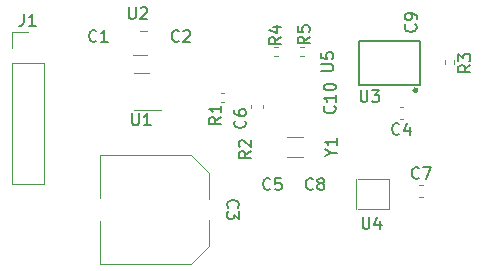
<source format=gbr>
%TF.GenerationSoftware,KiCad,Pcbnew,(6.0.7)*%
%TF.CreationDate,2022-12-27T11:46:59-06:00*%
%TF.ProjectId,UKDAQ,554b4441-512e-46b6-9963-61645f706362,rev?*%
%TF.SameCoordinates,Original*%
%TF.FileFunction,Legend,Top*%
%TF.FilePolarity,Positive*%
%FSLAX46Y46*%
G04 Gerber Fmt 4.6, Leading zero omitted, Abs format (unit mm)*
G04 Created by KiCad (PCBNEW (6.0.7)) date 2022-12-27 11:46:59*
%MOMM*%
%LPD*%
G01*
G04 APERTURE LIST*
%ADD10C,0.150000*%
%ADD11C,0.120000*%
%ADD12C,0.127000*%
%ADD13C,0.304800*%
%ADD14C,0.020000*%
G04 APERTURE END LIST*
D10*
%TO.C,R1*%
X139952380Y-104886666D02*
X139476190Y-105220000D01*
X139952380Y-105458095D02*
X138952380Y-105458095D01*
X138952380Y-105077142D01*
X139000000Y-104981904D01*
X139047619Y-104934285D01*
X139142857Y-104886666D01*
X139285714Y-104886666D01*
X139380952Y-104934285D01*
X139428571Y-104981904D01*
X139476190Y-105077142D01*
X139476190Y-105458095D01*
X139952380Y-103934285D02*
X139952380Y-104505714D01*
X139952380Y-104220000D02*
X138952380Y-104220000D01*
X139095238Y-104315238D01*
X139190476Y-104410476D01*
X139238095Y-104505714D01*
%TO.C,U2*%
X132138095Y-95572380D02*
X132138095Y-96381904D01*
X132185714Y-96477142D01*
X132233333Y-96524761D01*
X132328571Y-96572380D01*
X132519047Y-96572380D01*
X132614285Y-96524761D01*
X132661904Y-96477142D01*
X132709523Y-96381904D01*
X132709523Y-95572380D01*
X133138095Y-95667619D02*
X133185714Y-95620000D01*
X133280952Y-95572380D01*
X133519047Y-95572380D01*
X133614285Y-95620000D01*
X133661904Y-95667619D01*
X133709523Y-95762857D01*
X133709523Y-95858095D01*
X133661904Y-96000952D01*
X133090476Y-96572380D01*
X133709523Y-96572380D01*
%TO.C,C2*%
X136378333Y-98427142D02*
X136330714Y-98474761D01*
X136187857Y-98522380D01*
X136092619Y-98522380D01*
X135949761Y-98474761D01*
X135854523Y-98379523D01*
X135806904Y-98284285D01*
X135759285Y-98093809D01*
X135759285Y-97950952D01*
X135806904Y-97760476D01*
X135854523Y-97665238D01*
X135949761Y-97570000D01*
X136092619Y-97522380D01*
X136187857Y-97522380D01*
X136330714Y-97570000D01*
X136378333Y-97617619D01*
X136759285Y-97617619D02*
X136806904Y-97570000D01*
X136902142Y-97522380D01*
X137140238Y-97522380D01*
X137235476Y-97570000D01*
X137283095Y-97617619D01*
X137330714Y-97712857D01*
X137330714Y-97808095D01*
X137283095Y-97950952D01*
X136711666Y-98522380D01*
X137330714Y-98522380D01*
%TO.C,U3*%
X151760637Y-102609678D02*
X151760637Y-103420018D01*
X151808304Y-103515352D01*
X151855971Y-103563019D01*
X151951305Y-103610686D01*
X152141973Y-103610686D01*
X152237307Y-103563019D01*
X152284974Y-103515352D01*
X152332641Y-103420018D01*
X152332641Y-102609678D01*
X152713978Y-102609678D02*
X153333649Y-102609678D01*
X152999980Y-102991015D01*
X153142981Y-102991015D01*
X153238315Y-103038682D01*
X153285982Y-103086349D01*
X153333649Y-103181683D01*
X153333649Y-103420018D01*
X153285982Y-103515352D01*
X153238315Y-103563019D01*
X153142981Y-103610686D01*
X152856979Y-103610686D01*
X152761645Y-103563019D01*
X152713978Y-103515352D01*
%TO.C,J1*%
X123266666Y-96162380D02*
X123266666Y-96876666D01*
X123219047Y-97019523D01*
X123123809Y-97114761D01*
X122980952Y-97162380D01*
X122885714Y-97162380D01*
X124266666Y-97162380D02*
X123695238Y-97162380D01*
X123980952Y-97162380D02*
X123980952Y-96162380D01*
X123885714Y-96305238D01*
X123790476Y-96400476D01*
X123695238Y-96448095D01*
%TO.C,C7*%
X156708333Y-110047142D02*
X156660714Y-110094761D01*
X156517857Y-110142380D01*
X156422619Y-110142380D01*
X156279761Y-110094761D01*
X156184523Y-109999523D01*
X156136904Y-109904285D01*
X156089285Y-109713809D01*
X156089285Y-109570952D01*
X156136904Y-109380476D01*
X156184523Y-109285238D01*
X156279761Y-109190000D01*
X156422619Y-109142380D01*
X156517857Y-109142380D01*
X156660714Y-109190000D01*
X156708333Y-109237619D01*
X157041666Y-109142380D02*
X157708333Y-109142380D01*
X157279761Y-110142380D01*
%TO.C,C5*%
X144133333Y-110977142D02*
X144085714Y-111024761D01*
X143942857Y-111072380D01*
X143847619Y-111072380D01*
X143704761Y-111024761D01*
X143609523Y-110929523D01*
X143561904Y-110834285D01*
X143514285Y-110643809D01*
X143514285Y-110500952D01*
X143561904Y-110310476D01*
X143609523Y-110215238D01*
X143704761Y-110120000D01*
X143847619Y-110072380D01*
X143942857Y-110072380D01*
X144085714Y-110120000D01*
X144133333Y-110167619D01*
X145038095Y-110072380D02*
X144561904Y-110072380D01*
X144514285Y-110548571D01*
X144561904Y-110500952D01*
X144657142Y-110453333D01*
X144895238Y-110453333D01*
X144990476Y-110500952D01*
X145038095Y-110548571D01*
X145085714Y-110643809D01*
X145085714Y-110881904D01*
X145038095Y-110977142D01*
X144990476Y-111024761D01*
X144895238Y-111072380D01*
X144657142Y-111072380D01*
X144561904Y-111024761D01*
X144514285Y-110977142D01*
%TO.C,C3*%
X140546857Y-112553333D02*
X140499238Y-112505714D01*
X140451619Y-112362857D01*
X140451619Y-112267619D01*
X140499238Y-112124761D01*
X140594476Y-112029523D01*
X140689714Y-111981904D01*
X140880190Y-111934285D01*
X141023047Y-111934285D01*
X141213523Y-111981904D01*
X141308761Y-112029523D01*
X141404000Y-112124761D01*
X141451619Y-112267619D01*
X141451619Y-112362857D01*
X141404000Y-112505714D01*
X141356380Y-112553333D01*
X141451619Y-112886666D02*
X141451619Y-113505714D01*
X141070666Y-113172380D01*
X141070666Y-113315238D01*
X141023047Y-113410476D01*
X140975428Y-113458095D01*
X140880190Y-113505714D01*
X140642095Y-113505714D01*
X140546857Y-113458095D01*
X140499238Y-113410476D01*
X140451619Y-113315238D01*
X140451619Y-113029523D01*
X140499238Y-112934285D01*
X140546857Y-112886666D01*
%TO.C,R4*%
X145030880Y-98134066D02*
X144554690Y-98467400D01*
X145030880Y-98705495D02*
X144030880Y-98705495D01*
X144030880Y-98324542D01*
X144078500Y-98229304D01*
X144126119Y-98181685D01*
X144221357Y-98134066D01*
X144364214Y-98134066D01*
X144459452Y-98181685D01*
X144507071Y-98229304D01*
X144554690Y-98324542D01*
X144554690Y-98705495D01*
X144364214Y-97276923D02*
X145030880Y-97276923D01*
X143983261Y-97515019D02*
X144697547Y-97753114D01*
X144697547Y-97134066D01*
%TO.C,C9*%
X156407142Y-97041666D02*
X156454761Y-97089285D01*
X156502380Y-97232142D01*
X156502380Y-97327380D01*
X156454761Y-97470238D01*
X156359523Y-97565476D01*
X156264285Y-97613095D01*
X156073809Y-97660714D01*
X155930952Y-97660714D01*
X155740476Y-97613095D01*
X155645238Y-97565476D01*
X155550000Y-97470238D01*
X155502380Y-97327380D01*
X155502380Y-97232142D01*
X155550000Y-97089285D01*
X155597619Y-97041666D01*
X156502380Y-96565476D02*
X156502380Y-96375000D01*
X156454761Y-96279761D01*
X156407142Y-96232142D01*
X156264285Y-96136904D01*
X156073809Y-96089285D01*
X155692857Y-96089285D01*
X155597619Y-96136904D01*
X155550000Y-96184523D01*
X155502380Y-96279761D01*
X155502380Y-96470238D01*
X155550000Y-96565476D01*
X155597619Y-96613095D01*
X155692857Y-96660714D01*
X155930952Y-96660714D01*
X156026190Y-96613095D01*
X156073809Y-96565476D01*
X156121428Y-96470238D01*
X156121428Y-96279761D01*
X156073809Y-96184523D01*
X156026190Y-96136904D01*
X155930952Y-96089285D01*
%TO.C,U4*%
X151938095Y-113372380D02*
X151938095Y-114181904D01*
X151985714Y-114277142D01*
X152033333Y-114324761D01*
X152128571Y-114372380D01*
X152319047Y-114372380D01*
X152414285Y-114324761D01*
X152461904Y-114277142D01*
X152509523Y-114181904D01*
X152509523Y-113372380D01*
X153414285Y-113705714D02*
X153414285Y-114372380D01*
X153176190Y-113324761D02*
X152938095Y-114039047D01*
X153557142Y-114039047D01*
%TO.C,C1*%
X129388333Y-98427142D02*
X129340714Y-98474761D01*
X129197857Y-98522380D01*
X129102619Y-98522380D01*
X128959761Y-98474761D01*
X128864523Y-98379523D01*
X128816904Y-98284285D01*
X128769285Y-98093809D01*
X128769285Y-97950952D01*
X128816904Y-97760476D01*
X128864523Y-97665238D01*
X128959761Y-97570000D01*
X129102619Y-97522380D01*
X129197857Y-97522380D01*
X129340714Y-97570000D01*
X129388333Y-97617619D01*
X130340714Y-98522380D02*
X129769285Y-98522380D01*
X130055000Y-98522380D02*
X130055000Y-97522380D01*
X129959761Y-97665238D01*
X129864523Y-97760476D01*
X129769285Y-97808095D01*
%TO.C,R3*%
X161052380Y-100486666D02*
X160576190Y-100820000D01*
X161052380Y-101058095D02*
X160052380Y-101058095D01*
X160052380Y-100677142D01*
X160100000Y-100581904D01*
X160147619Y-100534285D01*
X160242857Y-100486666D01*
X160385714Y-100486666D01*
X160480952Y-100534285D01*
X160528571Y-100581904D01*
X160576190Y-100677142D01*
X160576190Y-101058095D01*
X160052380Y-100153333D02*
X160052380Y-99534285D01*
X160433333Y-99867619D01*
X160433333Y-99724761D01*
X160480952Y-99629523D01*
X160528571Y-99581904D01*
X160623809Y-99534285D01*
X160861904Y-99534285D01*
X160957142Y-99581904D01*
X161004761Y-99629523D01*
X161052380Y-99724761D01*
X161052380Y-100010476D01*
X161004761Y-100105714D01*
X160957142Y-100153333D01*
%TO.C,Y1*%
X149276190Y-107896190D02*
X149752380Y-107896190D01*
X148752380Y-108229523D02*
X149276190Y-107896190D01*
X148752380Y-107562857D01*
X149752380Y-106705714D02*
X149752380Y-107277142D01*
X149752380Y-106991428D02*
X148752380Y-106991428D01*
X148895238Y-107086666D01*
X148990476Y-107181904D01*
X149038095Y-107277142D01*
%TO.C,C10*%
X149557142Y-103962857D02*
X149604761Y-104010476D01*
X149652380Y-104153333D01*
X149652380Y-104248571D01*
X149604761Y-104391428D01*
X149509523Y-104486666D01*
X149414285Y-104534285D01*
X149223809Y-104581904D01*
X149080952Y-104581904D01*
X148890476Y-104534285D01*
X148795238Y-104486666D01*
X148700000Y-104391428D01*
X148652380Y-104248571D01*
X148652380Y-104153333D01*
X148700000Y-104010476D01*
X148747619Y-103962857D01*
X149652380Y-103010476D02*
X149652380Y-103581904D01*
X149652380Y-103296190D02*
X148652380Y-103296190D01*
X148795238Y-103391428D01*
X148890476Y-103486666D01*
X148938095Y-103581904D01*
X148652380Y-102391428D02*
X148652380Y-102296190D01*
X148700000Y-102200952D01*
X148747619Y-102153333D01*
X148842857Y-102105714D01*
X149033333Y-102058095D01*
X149271428Y-102058095D01*
X149461904Y-102105714D01*
X149557142Y-102153333D01*
X149604761Y-102200952D01*
X149652380Y-102296190D01*
X149652380Y-102391428D01*
X149604761Y-102486666D01*
X149557142Y-102534285D01*
X149461904Y-102581904D01*
X149271428Y-102629523D01*
X149033333Y-102629523D01*
X148842857Y-102581904D01*
X148747619Y-102534285D01*
X148700000Y-102486666D01*
X148652380Y-102391428D01*
%TO.C,C6*%
X141957142Y-105186666D02*
X142004761Y-105234285D01*
X142052380Y-105377142D01*
X142052380Y-105472380D01*
X142004761Y-105615238D01*
X141909523Y-105710476D01*
X141814285Y-105758095D01*
X141623809Y-105805714D01*
X141480952Y-105805714D01*
X141290476Y-105758095D01*
X141195238Y-105710476D01*
X141100000Y-105615238D01*
X141052380Y-105472380D01*
X141052380Y-105377142D01*
X141100000Y-105234285D01*
X141147619Y-105186666D01*
X141052380Y-104329523D02*
X141052380Y-104520000D01*
X141100000Y-104615238D01*
X141147619Y-104662857D01*
X141290476Y-104758095D01*
X141480952Y-104805714D01*
X141861904Y-104805714D01*
X141957142Y-104758095D01*
X142004761Y-104710476D01*
X142052380Y-104615238D01*
X142052380Y-104424761D01*
X142004761Y-104329523D01*
X141957142Y-104281904D01*
X141861904Y-104234285D01*
X141623809Y-104234285D01*
X141528571Y-104281904D01*
X141480952Y-104329523D01*
X141433333Y-104424761D01*
X141433333Y-104615238D01*
X141480952Y-104710476D01*
X141528571Y-104758095D01*
X141623809Y-104805714D01*
%TO.C,R2*%
X142452380Y-107786666D02*
X141976190Y-108120000D01*
X142452380Y-108358095D02*
X141452380Y-108358095D01*
X141452380Y-107977142D01*
X141500000Y-107881904D01*
X141547619Y-107834285D01*
X141642857Y-107786666D01*
X141785714Y-107786666D01*
X141880952Y-107834285D01*
X141928571Y-107881904D01*
X141976190Y-107977142D01*
X141976190Y-108358095D01*
X141547619Y-107405714D02*
X141500000Y-107358095D01*
X141452380Y-107262857D01*
X141452380Y-107024761D01*
X141500000Y-106929523D01*
X141547619Y-106881904D01*
X141642857Y-106834285D01*
X141738095Y-106834285D01*
X141880952Y-106881904D01*
X142452380Y-107453333D01*
X142452380Y-106834285D01*
%TO.C,C8*%
X147733333Y-110977142D02*
X147685714Y-111024761D01*
X147542857Y-111072380D01*
X147447619Y-111072380D01*
X147304761Y-111024761D01*
X147209523Y-110929523D01*
X147161904Y-110834285D01*
X147114285Y-110643809D01*
X147114285Y-110500952D01*
X147161904Y-110310476D01*
X147209523Y-110215238D01*
X147304761Y-110120000D01*
X147447619Y-110072380D01*
X147542857Y-110072380D01*
X147685714Y-110120000D01*
X147733333Y-110167619D01*
X148304761Y-110500952D02*
X148209523Y-110453333D01*
X148161904Y-110405714D01*
X148114285Y-110310476D01*
X148114285Y-110262857D01*
X148161904Y-110167619D01*
X148209523Y-110120000D01*
X148304761Y-110072380D01*
X148495238Y-110072380D01*
X148590476Y-110120000D01*
X148638095Y-110167619D01*
X148685714Y-110262857D01*
X148685714Y-110310476D01*
X148638095Y-110405714D01*
X148590476Y-110453333D01*
X148495238Y-110500952D01*
X148304761Y-110500952D01*
X148209523Y-110548571D01*
X148161904Y-110596190D01*
X148114285Y-110691428D01*
X148114285Y-110881904D01*
X148161904Y-110977142D01*
X148209523Y-111024761D01*
X148304761Y-111072380D01*
X148495238Y-111072380D01*
X148590476Y-111024761D01*
X148638095Y-110977142D01*
X148685714Y-110881904D01*
X148685714Y-110691428D01*
X148638095Y-110596190D01*
X148590476Y-110548571D01*
X148495238Y-110500952D01*
%TO.C,U1*%
X132438095Y-104572380D02*
X132438095Y-105381904D01*
X132485714Y-105477142D01*
X132533333Y-105524761D01*
X132628571Y-105572380D01*
X132819047Y-105572380D01*
X132914285Y-105524761D01*
X132961904Y-105477142D01*
X133009523Y-105381904D01*
X133009523Y-104572380D01*
X134009523Y-105572380D02*
X133438095Y-105572380D01*
X133723809Y-105572380D02*
X133723809Y-104572380D01*
X133628571Y-104715238D01*
X133533333Y-104810476D01*
X133438095Y-104858095D01*
%TO.C,U5*%
X148452380Y-100981904D02*
X149261904Y-100981904D01*
X149357142Y-100934285D01*
X149404761Y-100886666D01*
X149452380Y-100791428D01*
X149452380Y-100600952D01*
X149404761Y-100505714D01*
X149357142Y-100458095D01*
X149261904Y-100410476D01*
X148452380Y-100410476D01*
X148452380Y-99458095D02*
X148452380Y-99934285D01*
X148928571Y-99981904D01*
X148880952Y-99934285D01*
X148833333Y-99839047D01*
X148833333Y-99600952D01*
X148880952Y-99505714D01*
X148928571Y-99458095D01*
X149023809Y-99410476D01*
X149261904Y-99410476D01*
X149357142Y-99458095D01*
X149404761Y-99505714D01*
X149452380Y-99600952D01*
X149452380Y-99839047D01*
X149404761Y-99934285D01*
X149357142Y-99981904D01*
%TO.C,R5*%
X147452380Y-98086666D02*
X146976190Y-98420000D01*
X147452380Y-98658095D02*
X146452380Y-98658095D01*
X146452380Y-98277142D01*
X146500000Y-98181904D01*
X146547619Y-98134285D01*
X146642857Y-98086666D01*
X146785714Y-98086666D01*
X146880952Y-98134285D01*
X146928571Y-98181904D01*
X146976190Y-98277142D01*
X146976190Y-98658095D01*
X146452380Y-97181904D02*
X146452380Y-97658095D01*
X146928571Y-97705714D01*
X146880952Y-97658095D01*
X146833333Y-97562857D01*
X146833333Y-97324761D01*
X146880952Y-97229523D01*
X146928571Y-97181904D01*
X147023809Y-97134285D01*
X147261904Y-97134285D01*
X147357142Y-97181904D01*
X147404761Y-97229523D01*
X147452380Y-97324761D01*
X147452380Y-97562857D01*
X147404761Y-97658095D01*
X147357142Y-97705714D01*
%TO.C,C4*%
X155058333Y-106307142D02*
X155010714Y-106354761D01*
X154867857Y-106402380D01*
X154772619Y-106402380D01*
X154629761Y-106354761D01*
X154534523Y-106259523D01*
X154486904Y-106164285D01*
X154439285Y-105973809D01*
X154439285Y-105830952D01*
X154486904Y-105640476D01*
X154534523Y-105545238D01*
X154629761Y-105450000D01*
X154772619Y-105402380D01*
X154867857Y-105402380D01*
X155010714Y-105450000D01*
X155058333Y-105497619D01*
X155915476Y-105735714D02*
X155915476Y-106402380D01*
X155677380Y-105354761D02*
X155439285Y-106069047D01*
X156058333Y-106069047D01*
D11*
%TO.C,R1*%
X139936359Y-103600000D02*
X140243641Y-103600000D01*
X139936359Y-102840000D02*
X140243641Y-102840000D01*
%TO.C,U2*%
X133720000Y-99620000D02*
X132520000Y-99620000D01*
X133720000Y-97620000D02*
X133120000Y-97620000D01*
D12*
%TO.C,U3*%
X156800000Y-102220000D02*
X156800000Y-98420000D01*
X151600000Y-102220000D02*
X156800000Y-102220000D01*
X156800000Y-98420000D02*
X151600000Y-98420000D01*
X151600000Y-98420000D02*
X151600000Y-102220000D01*
D13*
X156500000Y-102620000D02*
G75*
G03*
X156500000Y-102620000I-100000J0D01*
G01*
D11*
%TO.C,J1*%
X122270000Y-100310000D02*
X122270000Y-110530000D01*
X122270000Y-110530000D02*
X124930000Y-110530000D01*
X122270000Y-100310000D02*
X124930000Y-100310000D01*
X122270000Y-99040000D02*
X122270000Y-97710000D01*
X122270000Y-97710000D02*
X123600000Y-97710000D01*
X124930000Y-100310000D02*
X124930000Y-110530000D01*
%TO.C,C7*%
X156734420Y-111630000D02*
X157015580Y-111630000D01*
X156734420Y-110610000D02*
X157015580Y-110610000D01*
%TO.C,C3*%
X129700000Y-117320000D02*
X137400000Y-117320000D01*
X129700000Y-108120000D02*
X129700000Y-111720000D01*
X138900000Y-115820000D02*
X138900000Y-113620000D01*
X137400000Y-108120000D02*
X129700000Y-108120000D01*
X137400000Y-117320000D02*
X138900000Y-115820000D01*
X129700000Y-113720000D02*
X129700000Y-117320000D01*
X138900000Y-109620000D02*
X137400000Y-108120000D01*
X138900000Y-111820000D02*
X138900000Y-109620000D01*
%TO.C,R4*%
X144446359Y-98940000D02*
X144753641Y-98940000D01*
X144446359Y-99700000D02*
X144753641Y-99700000D01*
D14*
%TO.C,U4*%
X151550000Y-112660000D02*
X154050000Y-112660000D01*
X151400000Y-110150000D02*
X151400000Y-112660000D01*
X154200000Y-112660000D02*
X154200000Y-110150000D01*
X154050000Y-110150000D02*
X151550000Y-110150000D01*
D11*
%TO.C,R3*%
X159680000Y-100383641D02*
X159680000Y-100076359D01*
X158920000Y-100383641D02*
X158920000Y-100076359D01*
%TO.C,Y1*%
X145575000Y-108295000D02*
X146925000Y-108295000D01*
X145575000Y-106545000D02*
X146925000Y-106545000D01*
%TO.C,C6*%
X142490000Y-103854420D02*
X142490000Y-104135580D01*
X143510000Y-103854420D02*
X143510000Y-104135580D01*
%TO.C,U1*%
X133200000Y-101160000D02*
X132550000Y-101160000D01*
X133200000Y-104280000D02*
X134875000Y-104280000D01*
X133200000Y-104280000D02*
X132550000Y-104280000D01*
X133200000Y-101160000D02*
X133850000Y-101160000D01*
%TO.C,R5*%
X146963641Y-98940000D02*
X146656359Y-98940000D01*
X146963641Y-99700000D02*
X146656359Y-99700000D01*
%TO.C,C4*%
X155365580Y-104010000D02*
X155084420Y-104010000D01*
X155365580Y-105030000D02*
X155084420Y-105030000D01*
%TD*%
M02*

</source>
